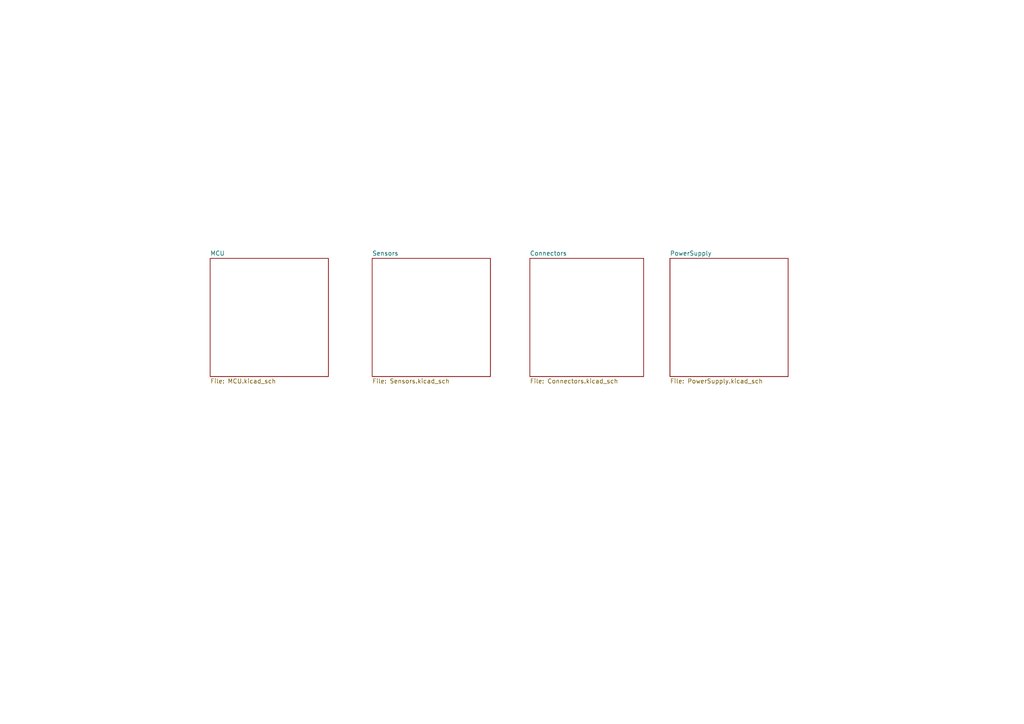
<source format=kicad_sch>
(kicad_sch (version 20211123) (generator eeschema)

  (uuid 27c69e26-ab64-4e27-9bab-6987b06e07ba)

  (paper "A4")

  (lib_symbols
  )


  (sheet (at 60.96 74.93) (size 34.29 34.29) (fields_autoplaced)
    (stroke (width 0.1524) (type solid) (color 0 0 0 0))
    (fill (color 0 0 0 0.0000))
    (uuid 4354cbd2-e9c4-4e30-9827-d99ebbfc8118)
    (property "Sheet name" "MCU" (id 0) (at 60.96 74.2184 0)
      (effects (font (size 1.27 1.27)) (justify left bottom))
    )
    (property "Sheet file" "MCU.kicad_sch" (id 1) (at 60.96 109.8046 0)
      (effects (font (size 1.27 1.27)) (justify left top))
    )
  )

  (sheet (at 153.67 74.93) (size 33.02 34.29) (fields_autoplaced)
    (stroke (width 0.1524) (type solid) (color 0 0 0 0))
    (fill (color 0 0 0 0.0000))
    (uuid 475d3902-1f1d-456e-bff8-7fcf4e582a90)
    (property "Sheet name" "Connectors" (id 0) (at 153.67 74.2184 0)
      (effects (font (size 1.27 1.27)) (justify left bottom))
    )
    (property "Sheet file" "Connectors.kicad_sch" (id 1) (at 153.67 109.8046 0)
      (effects (font (size 1.27 1.27)) (justify left top))
    )
  )

  (sheet (at 107.95 74.93) (size 34.29 34.29) (fields_autoplaced)
    (stroke (width 0.1524) (type solid) (color 0 0 0 0))
    (fill (color 0 0 0 0.0000))
    (uuid beafb0fa-bc5a-45f7-a671-ae1fea1f5da0)
    (property "Sheet name" "Sensors" (id 0) (at 107.95 74.2184 0)
      (effects (font (size 1.27 1.27)) (justify left bottom))
    )
    (property "Sheet file" "Sensors.kicad_sch" (id 1) (at 107.95 109.8046 0)
      (effects (font (size 1.27 1.27)) (justify left top))
    )
  )

  (sheet (at 194.31 74.93) (size 34.29 34.29) (fields_autoplaced)
    (stroke (width 0.1524) (type solid) (color 0 0 0 0))
    (fill (color 0 0 0 0.0000))
    (uuid d5c809bf-9869-4d69-b78a-5d61587a1e83)
    (property "Sheet name" "PowerSupply" (id 0) (at 194.31 74.2184 0)
      (effects (font (size 1.27 1.27)) (justify left bottom))
    )
    (property "Sheet file" "PowerSupply.kicad_sch" (id 1) (at 194.31 109.8046 0)
      (effects (font (size 1.27 1.27)) (justify left top))
    )
  )

  (sheet_instances
    (path "/" (page "1"))
    (path "/4354cbd2-e9c4-4e30-9827-d99ebbfc8118" (page "2"))
    (path "/beafb0fa-bc5a-45f7-a671-ae1fea1f5da0" (page "5"))
    (path "/475d3902-1f1d-456e-bff8-7fcf4e582a90" (page "5"))
    (path "/d5c809bf-9869-4d69-b78a-5d61587a1e83" (page "5"))
  )

  (symbol_instances
    (path "/d5c809bf-9869-4d69-b78a-5d61587a1e83/b0381d97-eaba-48cc-97a7-55b4334c6aae"
      (reference "#PWR01") (unit 1) (value "GND") (footprint "")
    )
    (path "/d5c809bf-9869-4d69-b78a-5d61587a1e83/abf33ee2-e9d1-4fd1-9f16-a690346727a3"
      (reference "#PWR02") (unit 1) (value "+3.3V") (footprint "")
    )
    (path "/d5c809bf-9869-4d69-b78a-5d61587a1e83/3b49b6f1-9a98-4931-8922-bba644b7de70"
      (reference "#PWR03") (unit 1) (value "+5V") (footprint "")
    )
    (path "/d5c809bf-9869-4d69-b78a-5d61587a1e83/f436f871-44e1-4905-aae9-74803a99ec84"
      (reference "#PWR04") (unit 1) (value "GND") (footprint "")
    )
    (path "/d5c809bf-9869-4d69-b78a-5d61587a1e83/734a31ee-3929-4536-95a5-85c0ebb4833b"
      (reference "#PWR05") (unit 1) (value "GND") (footprint "")
    )
    (path "/4354cbd2-e9c4-4e30-9827-d99ebbfc8118/a722cf6b-9111-4d66-8653-1757acb67067"
      (reference "#PWR06") (unit 1) (value "GND") (footprint "")
    )
    (path "/4354cbd2-e9c4-4e30-9827-d99ebbfc8118/2b54f8f2-3cae-4923-bab0-e679ab7e9aae"
      (reference "#PWR07") (unit 1) (value "+3.3V") (footprint "")
    )
    (path "/4354cbd2-e9c4-4e30-9827-d99ebbfc8118/321ca68a-a82a-4730-b8a3-4512c9f496c8"
      (reference "#PWR08") (unit 1) (value "GND") (footprint "")
    )
    (path "/d5c809bf-9869-4d69-b78a-5d61587a1e83/c43728a9-ce80-4feb-ad3a-4072a6fe483b"
      (reference "#PWR09") (unit 1) (value "+5V") (footprint "")
    )
    (path "/475d3902-1f1d-456e-bff8-7fcf4e582a90/d9838f03-7a32-4d4d-bcc2-87a33eb2c7b8"
      (reference "#PWR010") (unit 1) (value "GND") (footprint "")
    )
    (path "/4354cbd2-e9c4-4e30-9827-d99ebbfc8118/fa87d23a-24be-4fdf-9726-796ad4f71599"
      (reference "#PWR011") (unit 1) (value "GND") (footprint "")
    )
    (path "/4354cbd2-e9c4-4e30-9827-d99ebbfc8118/b24fcfd4-5c74-49f6-9bcc-d018a765bcc8"
      (reference "#PWR012") (unit 1) (value "+3.3V") (footprint "")
    )
    (path "/4354cbd2-e9c4-4e30-9827-d99ebbfc8118/3fed885d-bdf8-4855-abc2-ffa7fd007569"
      (reference "#PWR013") (unit 1) (value "GND") (footprint "")
    )
    (path "/4354cbd2-e9c4-4e30-9827-d99ebbfc8118/5e42f8a6-d5d0-417f-add5-3c2cbcde8da4"
      (reference "#PWR018") (unit 1) (value "+3.3V") (footprint "")
    )
    (path "/4354cbd2-e9c4-4e30-9827-d99ebbfc8118/10753d65-64b0-4eea-bb13-7ab064a80423"
      (reference "#PWR019") (unit 1) (value "+3.3V") (footprint "")
    )
    (path "/4354cbd2-e9c4-4e30-9827-d99ebbfc8118/fc094908-466e-4380-9e13-db5eb92878d0"
      (reference "#PWR020") (unit 1) (value "+3.3V") (footprint "")
    )
    (path "/4354cbd2-e9c4-4e30-9827-d99ebbfc8118/6f16b23b-8225-4d35-b69f-a1619de46ca8"
      (reference "#PWR021") (unit 1) (value "GND") (footprint "")
    )
    (path "/beafb0fa-bc5a-45f7-a671-ae1fea1f5da0/230d3ccb-6a79-46f2-bcd5-25c251e8e8b9"
      (reference "#PWR028") (unit 1) (value "GND") (footprint "")
    )
    (path "/beafb0fa-bc5a-45f7-a671-ae1fea1f5da0/f2d8e37b-c26f-4608-96db-335e97edcf07"
      (reference "#PWR029") (unit 1) (value "GND") (footprint "")
    )
    (path "/beafb0fa-bc5a-45f7-a671-ae1fea1f5da0/afaab189-7f97-4678-b598-8fcfc86cefb2"
      (reference "#PWR030") (unit 1) (value "GND") (footprint "")
    )
    (path "/beafb0fa-bc5a-45f7-a671-ae1fea1f5da0/45ff2374-b208-4c6d-8c30-932732c05ae1"
      (reference "#PWR031") (unit 1) (value "+3.3V") (footprint "")
    )
    (path "/beafb0fa-bc5a-45f7-a671-ae1fea1f5da0/fcdd54a8-5993-4d49-93fc-70ea935d7410"
      (reference "#PWR032") (unit 1) (value "GND") (footprint "")
    )
    (path "/beafb0fa-bc5a-45f7-a671-ae1fea1f5da0/cfcbab4e-8c83-4794-99cd-49f3ed884907"
      (reference "#PWR033") (unit 1) (value "GND") (footprint "")
    )
    (path "/beafb0fa-bc5a-45f7-a671-ae1fea1f5da0/0a62e077-de90-4925-94cb-dc3ff99eb88f"
      (reference "#PWR034") (unit 1) (value "+3.3V") (footprint "")
    )
    (path "/beafb0fa-bc5a-45f7-a671-ae1fea1f5da0/2a5d4e2d-606a-40b3-b955-8c29b0d3cc62"
      (reference "#PWR035") (unit 1) (value "GND") (footprint "")
    )
    (path "/beafb0fa-bc5a-45f7-a671-ae1fea1f5da0/f67b0444-3d4a-4361-a57f-2ccb8da86377"
      (reference "#PWR036") (unit 1) (value "GND") (footprint "")
    )
    (path "/beafb0fa-bc5a-45f7-a671-ae1fea1f5da0/5b0d7121-1311-4fef-b799-fe3dae5fd866"
      (reference "#PWR037") (unit 1) (value "GND") (footprint "")
    )
    (path "/4354cbd2-e9c4-4e30-9827-d99ebbfc8118/8f660c2e-10ea-4177-ac19-0f38c3f32fe7"
      (reference "#PWR0101") (unit 1) (value "GND") (footprint "")
    )
    (path "/4354cbd2-e9c4-4e30-9827-d99ebbfc8118/eea4a557-a028-4521-a018-613ae7b3e1b7"
      (reference "#PWR0102") (unit 1) (value "+3.3V") (footprint "")
    )
    (path "/4354cbd2-e9c4-4e30-9827-d99ebbfc8118/9917da0f-e2c1-47c9-bfd4-d4ed3da5bf08"
      (reference "#PWR0103") (unit 1) (value "+3.3V") (footprint "")
    )
    (path "/475d3902-1f1d-456e-bff8-7fcf4e582a90/8f6d35e8-d534-4ad6-994a-eeeab855251f"
      (reference "#PWR0104") (unit 1) (value "GND") (footprint "")
    )
    (path "/475d3902-1f1d-456e-bff8-7fcf4e582a90/35ac2c2d-ebf9-46c4-a0b8-4417510563f2"
      (reference "#PWR0105") (unit 1) (value "+3.3V") (footprint "")
    )
    (path "/475d3902-1f1d-456e-bff8-7fcf4e582a90/6c507082-24d8-4e7f-852b-71d4f778173d"
      (reference "#PWR0106") (unit 1) (value "+5V") (footprint "")
    )
    (path "/475d3902-1f1d-456e-bff8-7fcf4e582a90/d1a0202a-fe2c-40f8-923f-78ad2ba7c12a"
      (reference "#PWR0107") (unit 1) (value "GND") (footprint "")
    )
    (path "/475d3902-1f1d-456e-bff8-7fcf4e582a90/7803abec-4ecd-45bd-8d76-0efb60e64732"
      (reference "#PWR0108") (unit 1) (value "GND") (footprint "")
    )
    (path "/475d3902-1f1d-456e-bff8-7fcf4e582a90/2a0e6731-e4fe-4f29-808f-f51c5395d1c3"
      (reference "#PWR0109") (unit 1) (value "+5V") (footprint "")
    )
    (path "/4354cbd2-e9c4-4e30-9827-d99ebbfc8118/070650be-1e1a-4bd3-9b8b-edf86e6d19ca"
      (reference "#PWR0112") (unit 1) (value "GND") (footprint "")
    )
    (path "/4354cbd2-e9c4-4e30-9827-d99ebbfc8118/dd56ddaa-758b-40ab-9553-db1a6fe7da8e"
      (reference "#PWR0113") (unit 1) (value "GND") (footprint "")
    )
    (path "/475d3902-1f1d-456e-bff8-7fcf4e582a90/2923a183-5f62-48f4-a04c-85dbac2c918c"
      (reference "#PWR0116") (unit 1) (value "GND") (footprint "")
    )
    (path "/475d3902-1f1d-456e-bff8-7fcf4e582a90/24a1ef5a-8af8-4496-a5c7-c5a2c73e5fb3"
      (reference "#PWR0117") (unit 1) (value "GND") (footprint "")
    )
    (path "/475d3902-1f1d-456e-bff8-7fcf4e582a90/b59d50df-f03f-4cb0-94f6-1492a91cfbc7"
      (reference "#PWR0118") (unit 1) (value "+3.3V") (footprint "")
    )
    (path "/475d3902-1f1d-456e-bff8-7fcf4e582a90/52706905-3ecb-4d0c-a5f5-7554aded609e"
      (reference "#PWR0119") (unit 1) (value "+3.3V") (footprint "")
    )
    (path "/475d3902-1f1d-456e-bff8-7fcf4e582a90/33612fae-ae15-4ce5-af19-5873bc773365"
      (reference "#PWR0120") (unit 1) (value "GND") (footprint "")
    )
    (path "/475d3902-1f1d-456e-bff8-7fcf4e582a90/f4973e79-a278-467f-b232-2303b299cb2d"
      (reference "#PWR0121") (unit 1) (value "+5V") (footprint "")
    )
    (path "/475d3902-1f1d-456e-bff8-7fcf4e582a90/449d5629-6e55-4730-858b-b7a5fb5feb47"
      (reference "#PWR0122") (unit 1) (value "GND") (footprint "")
    )
    (path "/475d3902-1f1d-456e-bff8-7fcf4e582a90/5d8f1ec2-7038-4bc0-b119-e7bd2c3c59e0"
      (reference "#PWR0123") (unit 1) (value "GND") (footprint "")
    )
    (path "/475d3902-1f1d-456e-bff8-7fcf4e582a90/a6a63fee-8725-4ce0-9cf2-1e35b6111a28"
      (reference "#PWR0124") (unit 1) (value "+5V") (footprint "")
    )
    (path "/475d3902-1f1d-456e-bff8-7fcf4e582a90/184170c8-8959-40fc-a323-45c1361aa761"
      (reference "#PWR0125") (unit 1) (value "+5V") (footprint "")
    )
    (path "/475d3902-1f1d-456e-bff8-7fcf4e582a90/92c23275-ae5d-49d4-82b0-2b261ea31ae7"
      (reference "#PWR0126") (unit 1) (value "GND") (footprint "")
    )
    (path "/475d3902-1f1d-456e-bff8-7fcf4e582a90/86ff09c1-3893-4a28-b9cb-22acad17fce6"
      (reference "#PWR0127") (unit 1) (value "+5V") (footprint "")
    )
    (path "/475d3902-1f1d-456e-bff8-7fcf4e582a90/02686d5a-3c4e-46e8-bf53-6dcac5ce845b"
      (reference "#PWR0128") (unit 1) (value "GND") (footprint "")
    )
    (path "/d5c809bf-9869-4d69-b78a-5d61587a1e83/efee60f7-6341-4f5e-ba57-68d1fa297358"
      (reference "C1") (unit 1) (value "10uF") (footprint "Capacitor_SMD:C_0402_1005Metric")
    )
    (path "/d5c809bf-9869-4d69-b78a-5d61587a1e83/84046500-f8f2-4d9f-9a9a-59bad68d9a2a"
      (reference "C2") (unit 1) (value "10pF") (footprint "Capacitor_SMD:C_0402_1005Metric")
    )
    (path "/d5c809bf-9869-4d69-b78a-5d61587a1e83/48839f3f-1654-416c-b3b1-665cdb168433"
      (reference "C3") (unit 1) (value "3nF") (footprint "Capacitor_SMD:C_0402_1005Metric")
    )
    (path "/d5c809bf-9869-4d69-b78a-5d61587a1e83/904dcf3f-9ab8-42b4-abdb-54b65b95037f"
      (reference "C4") (unit 1) (value "8.2nF") (footprint "Capacitor_SMD:C_0402_1005Metric")
    )
    (path "/d5c809bf-9869-4d69-b78a-5d61587a1e83/0bafc14c-3603-4e63-a1bf-74afc742edd4"
      (reference "C5") (unit 1) (value "100nF") (footprint "Capacitor_SMD:C_0402_1005Metric")
    )
    (path "/4354cbd2-e9c4-4e30-9827-d99ebbfc8118/b624f841-d0c4-4939-841f-571e2f834f1c"
      (reference "C6") (unit 1) (value "12pF") (footprint "Capacitor_SMD:C_0402_1005Metric")
    )
    (path "/4354cbd2-e9c4-4e30-9827-d99ebbfc8118/663c1af3-4ad2-4ad1-9c94-aa4a9da73c88"
      (reference "C7") (unit 1) (value "12pF") (footprint "Capacitor_SMD:C_0402_1005Metric")
    )
    (path "/4354cbd2-e9c4-4e30-9827-d99ebbfc8118/214ab788-e2d9-473c-9a80-784fc059b4ae"
      (reference "C8") (unit 1) (value "4.7uF") (footprint "Capacitor_SMD:C_0402_1005Metric")
    )
    (path "/4354cbd2-e9c4-4e30-9827-d99ebbfc8118/ca60f54c-cbed-4b93-a20d-d25ab64af105"
      (reference "C9") (unit 1) (value "100nF") (footprint "Capacitor_SMD:C_0402_1005Metric")
    )
    (path "/4354cbd2-e9c4-4e30-9827-d99ebbfc8118/82b58c68-d769-474e-8ea2-9906d4228d67"
      (reference "C10") (unit 1) (value "2.2uF") (footprint "Capacitor_SMD:C_0402_1005Metric")
    )
    (path "/4354cbd2-e9c4-4e30-9827-d99ebbfc8118/b871c0bd-6ca5-408f-b994-159b5d95cbbd"
      (reference "C11") (unit 1) (value "100nF") (footprint "Capacitor_SMD:C_0402_1005Metric")
    )
    (path "/4354cbd2-e9c4-4e30-9827-d99ebbfc8118/0aedb731-1863-42d9-af05-dfd9c9bbfd6d"
      (reference "C12") (unit 1) (value "2.2uF") (footprint "Capacitor_SMD:C_0402_1005Metric")
    )
    (path "/4354cbd2-e9c4-4e30-9827-d99ebbfc8118/e3ef0e18-4fec-4d86-923b-92619d8b223d"
      (reference "C13") (unit 1) (value "100nF") (footprint "Capacitor_SMD:C_0402_1005Metric")
    )
    (path "/4354cbd2-e9c4-4e30-9827-d99ebbfc8118/c427b5ab-2d1f-49f7-8e9c-651f8e507eb9"
      (reference "C14") (unit 1) (value "100nF") (footprint "Capacitor_SMD:C_0402_1005Metric")
    )
    (path "/d5c809bf-9869-4d69-b78a-5d61587a1e83/d25f7037-b762-4fe0-920b-0b16f92935d7"
      (reference "C15") (unit 1) (value "22uF") (footprint "Capacitor_SMD:C_0402_1005Metric")
    )
    (path "/4354cbd2-e9c4-4e30-9827-d99ebbfc8118/4863fb8b-59ed-4d3e-8da8-1c09c0d0c250"
      (reference "C16") (unit 1) (value "100nF") (footprint "Capacitor_SMD:C_0402_1005Metric")
    )
    (path "/d5c809bf-9869-4d69-b78a-5d61587a1e83/73628ea0-8683-41ca-b5d3-9f08cdd60678"
      (reference "C18") (unit 1) (value "22uF") (footprint "Capacitor_SMD:C_0402_1005Metric")
    )
    (path "/beafb0fa-bc5a-45f7-a671-ae1fea1f5da0/a53b98ae-8c39-4fde-8a5b-782047a383f4"
      (reference "C21") (unit 1) (value "0.1uF") (footprint "Capacitor_SMD:C_0402_1005Metric")
    )
    (path "/beafb0fa-bc5a-45f7-a671-ae1fea1f5da0/96e664c6-8115-4a6d-8207-a15556c134e1"
      (reference "C22") (unit 1) (value "0.1uF") (footprint "Capacitor_SMD:C_0402_1005Metric")
    )
    (path "/beafb0fa-bc5a-45f7-a671-ae1fea1f5da0/83917d0e-24a0-4c78-9b4a-83332e3e1c1a"
      (reference "C23") (unit 1) (value "0.1uF") (footprint "Capacitor_SMD:C_0402_1005Metric")
    )
    (path "/beafb0fa-bc5a-45f7-a671-ae1fea1f5da0/4098c47d-75e6-47de-9ae6-c7a4f1660ae2"
      (reference "C24") (unit 1) (value "2.2uF") (footprint "Capacitor_SMD:C_0402_1005Metric")
    )
    (path "/d5c809bf-9869-4d69-b78a-5d61587a1e83/c0afe3f0-e8d7-4a23-8cc2-16e18aca071b"
      (reference "D1") (unit 1) (value "PMEG4010EJ") (footprint "Diode_SMD:D_SOD-323F")
    )
    (path "/d5c809bf-9869-4d69-b78a-5d61587a1e83/d123d908-2cd7-4661-ac4c-92e49e0f64be"
      (reference "F1") (unit 1) (value "750mA") (footprint "Fuse:Fuse_0402_1005Metric")
    )
    (path "/475d3902-1f1d-456e-bff8-7fcf4e582a90/b35f5e48-bb00-4fda-bc11-87a844ecfa72"
      (reference "H1") (unit 1) (value "MountingHole_Pad") (footprint "MountingHole:MountingHole_2.5mm_Pad")
    )
    (path "/475d3902-1f1d-456e-bff8-7fcf4e582a90/89457dba-f955-4d23-8190-c73ff732914c"
      (reference "H2") (unit 1) (value "MountingHole_Pad") (footprint "MountingHole:MountingHole_2.5mm_Pad")
    )
    (path "/475d3902-1f1d-456e-bff8-7fcf4e582a90/ca36e8b2-0639-475b-95e7-809a6a0ba47d"
      (reference "H3") (unit 1) (value "MountingHole_Pad") (footprint "MountingHole:MountingHole_2.5mm_Pad")
    )
    (path "/d5c809bf-9869-4d69-b78a-5d61587a1e83/26119b83-0daf-45bc-9ffe-505482330246"
      (reference "J1") (unit 1) (value "Conn_01x02") (footprint "Connector_PinHeader_2.54mm:PinHeader_1x02_P2.54mm_Vertical")
    )
    (path "/475d3902-1f1d-456e-bff8-7fcf4e582a90/59cc7dc1-9809-43e9-90c1-24032affa563"
      (reference "J2") (unit 1) (value "USB_B_Mini") (footprint "digikey-footprints:USB_Mini_B_Female_UX60-MB-5ST")
    )
    (path "/475d3902-1f1d-456e-bff8-7fcf4e582a90/aad52c50-95a6-418f-acdd-b12958d1b491"
      (reference "J3") (unit 1) (value "Conn_02x03_Odd_Even") (footprint "Connector_PinHeader_2.54mm:PinHeader_2x03_P2.54mm_Vertical")
    )
    (path "/475d3902-1f1d-456e-bff8-7fcf4e582a90/939753ce-1b33-4071-8081-400c4796ddda"
      (reference "J4") (unit 1) (value "Conn_01x04") (footprint "Connector_PinHeader_2.54mm:PinHeader_1x04_P2.54mm_Vertical")
    )
    (path "/475d3902-1f1d-456e-bff8-7fcf4e582a90/b0dd3d74-58ec-402f-b4ec-602696a8a1a0"
      (reference "J5") (unit 1) (value "Conn_01x03") (footprint "Connector_PinHeader_2.54mm:PinHeader_1x03_P2.54mm_Vertical")
    )
    (path "/475d3902-1f1d-456e-bff8-7fcf4e582a90/8fea72b0-1e7b-4c1c-879b-ed043a946595"
      (reference "J6") (unit 1) (value "Conn_01x03") (footprint "Connector_PinHeader_2.54mm:PinHeader_1x03_P2.54mm_Vertical")
    )
    (path "/475d3902-1f1d-456e-bff8-7fcf4e582a90/6e38e5ab-a8b9-4463-a262-a12b43e8aefe"
      (reference "J7") (unit 1) (value "Conn_01x03") (footprint "Connector_PinHeader_2.54mm:PinHeader_1x03_P2.54mm_Vertical")
    )
    (path "/475d3902-1f1d-456e-bff8-7fcf4e582a90/945c1c03-41c9-418c-a369-76ee391e58ea"
      (reference "J8") (unit 1) (value "Conn_01x03") (footprint "Connector_PinHeader_2.54mm:PinHeader_1x03_P2.54mm_Vertical")
    )
    (path "/475d3902-1f1d-456e-bff8-7fcf4e582a90/d89ed749-ded6-42c3-8a81-73ce27b1bc82"
      (reference "J9") (unit 1) (value "Conn_01x03") (footprint "Connector_PinHeader_2.54mm:PinHeader_1x03_P2.54mm_Vertical")
    )
    (path "/475d3902-1f1d-456e-bff8-7fcf4e582a90/e6d79b7c-739e-4116-9617-e8b66fd0aefa"
      (reference "J10") (unit 1) (value "Conn_01x03") (footprint "Connector_PinHeader_2.54mm:PinHeader_1x03_P2.54mm_Vertical")
    )
    (path "/475d3902-1f1d-456e-bff8-7fcf4e582a90/ca50bbe3-82d1-4305-91a9-4178bf1d6c68"
      (reference "J11") (unit 1) (value "Conn_01x04") (footprint "Connector_PinHeader_2.54mm:PinHeader_1x04_P2.54mm_Vertical")
    )
    (path "/4354cbd2-e9c4-4e30-9827-d99ebbfc8118/70c63837-478a-40af-b689-c4f56543a138"
      (reference "J12") (unit 1) (value "Conn_01x03") (footprint "Connector_PinHeader_2.54mm:PinHeader_1x03_P2.54mm_Vertical")
    )
    (path "/475d3902-1f1d-456e-bff8-7fcf4e582a90/d508e7ca-afbf-4221-a58d-4762aa30d9c6"
      (reference "J13") (unit 1) (value "Conn_01x02") (footprint "Connector_PinHeader_2.54mm:PinHeader_1x02_P2.54mm_Vertical")
    )
    (path "/d5c809bf-9869-4d69-b78a-5d61587a1e83/dea4f53e-b974-400b-b2bd-b2cdfc22db16"
      (reference "L1") (unit 1) (value "6.8uH") (footprint "Inductor_SMD:L_0402_1005Metric")
    )
    (path "/4354cbd2-e9c4-4e30-9827-d99ebbfc8118/12bcf08d-7d43-4e2d-8941-3dd60b56748d"
      (reference "Q1") (unit 1) (value "MMBT3904") (footprint "Package_TO_SOT_SMD:SOT-23")
    )
    (path "/d5c809bf-9869-4d69-b78a-5d61587a1e83/c456272b-bae3-47aa-a588-a942830f7942"
      (reference "R1") (unit 1) (value "11.5k") (footprint "Resistor_SMD:R_0402_1005Metric")
    )
    (path "/d5c809bf-9869-4d69-b78a-5d61587a1e83/22269b3a-c126-4f1b-ab09-be5f6986f733"
      (reference "R2") (unit 1) (value "10.2k") (footprint "Resistor_SMD:R_0402_1005Metric")
    )
    (path "/4354cbd2-e9c4-4e30-9827-d99ebbfc8118/4dc9363f-daf8-40a1-b4fc-615276b1dcdc"
      (reference "R3") (unit 1) (value "10k") (footprint "Resistor_SMD:R_0402_1005Metric")
    )
    (path "/4354cbd2-e9c4-4e30-9827-d99ebbfc8118/a63433bf-9e4d-46ea-9b68-e0887363a118"
      (reference "R4") (unit 1) (value "47") (footprint "Resistor_SMD:R_0402_1005Metric")
    )
    (path "/4354cbd2-e9c4-4e30-9827-d99ebbfc8118/6f2f3def-fdf4-4c03-9337-1a3e1e950409"
      (reference "R5") (unit 1) (value "4.7k") (footprint "Resistor_SMD:R_0402_1005Metric")
    )
    (path "/4354cbd2-e9c4-4e30-9827-d99ebbfc8118/08f79d78-57bc-43c5-a442-e565bc5e0c81"
      (reference "R6") (unit 1) (value "4.7k") (footprint "Resistor_SMD:R_0402_1005Metric")
    )
    (path "/d5c809bf-9869-4d69-b78a-5d61587a1e83/215caf52-55ee-4724-91dc-95ed2b211b59"
      (reference "R7") (unit 1) (value "3.24k") (footprint "Resistor_SMD:R_0402_1005Metric")
    )
    (path "/4354cbd2-e9c4-4e30-9827-d99ebbfc8118/c3222c80-1877-4259-a75c-3b470874179d"
      (reference "R8") (unit 1) (value "4.7k") (footprint "Resistor_SMD:R_0402_1005Metric")
    )
    (path "/4354cbd2-e9c4-4e30-9827-d99ebbfc8118/843bee58-1cb1-4440-b0ef-37f5dea41f6a"
      (reference "R9") (unit 1) (value "4.7k") (footprint "Resistor_SMD:R_0402_1005Metric")
    )
    (path "/4354cbd2-e9c4-4e30-9827-d99ebbfc8118/270c295d-44af-4216-a12b-6e18680278c3"
      (reference "R10") (unit 1) (value "1k") (footprint "Resistor_SMD:R_0402_1005Metric")
    )
    (path "/4354cbd2-e9c4-4e30-9827-d99ebbfc8118/de280cf7-6be8-47a7-859b-4e82a219829d"
      (reference "R11") (unit 1) (value "1k") (footprint "Resistor_SMD:R_0402_1005Metric")
    )
    (path "/4354cbd2-e9c4-4e30-9827-d99ebbfc8118/2a646e65-3efb-4e20-8205-2e84f7895314"
      (reference "SW1") (unit 1) (value "SW_SPDT") (footprint "digikey-footprints:Switch_Slide_11.6x4mm_EG1218")
    )
    (path "/d5c809bf-9869-4d69-b78a-5d61587a1e83/c6b09c9d-e2fd-4645-9077-5e6d8234412e"
      (reference "SW2") (unit 1) (value "SW_SPDT") (footprint "digikey-footprints:Switch_Slide_11.6x4mm_EG1218")
    )
    (path "/4354cbd2-e9c4-4e30-9827-d99ebbfc8118/905cfe5b-eeba-46ca-a0c4-1c165e31298e"
      (reference "U1") (unit 1) (value "STM32F405RGT6") (footprint "Package_QFP:LQFP-64_10x10mm_P0.5mm")
    )
    (path "/beafb0fa-bc5a-45f7-a671-ae1fea1f5da0/54be0612-2494-4e7f-ac60-5e96852649b2"
      (reference "U2") (unit 1) (value "MPU-6050") (footprint "Sensor_Motion:InvenSense_QFN-24_4x4mm_P0.5mm")
    )
    (path "/d5c809bf-9869-4d69-b78a-5d61587a1e83/66315d92-c474-439c-8f0a-9efa629c3730"
      (reference "U3") (unit 1) (value "TPS54331DR") (footprint "Package_SO:SOIC-8_3.9x4.9mm_P1.27mm")
    )
    (path "/4354cbd2-e9c4-4e30-9827-d99ebbfc8118/0009429a-ac72-4ed3-bb92-b860e10838a1"
      (reference "U4") (unit 1) (value "USBLC6-2SC6") (footprint "Package_TO_SOT_SMD:SOT-23-6")
    )
    (path "/4354cbd2-e9c4-4e30-9827-d99ebbfc8118/3b5099b2-2cdf-44df-9ac9-85364c6a641f"
      (reference "Y1") (unit 1) (value "16MHz") (footprint "Crystal:Crystal_SMD_3225-4Pin_3.2x2.5mm")
    )
  )
)

</source>
